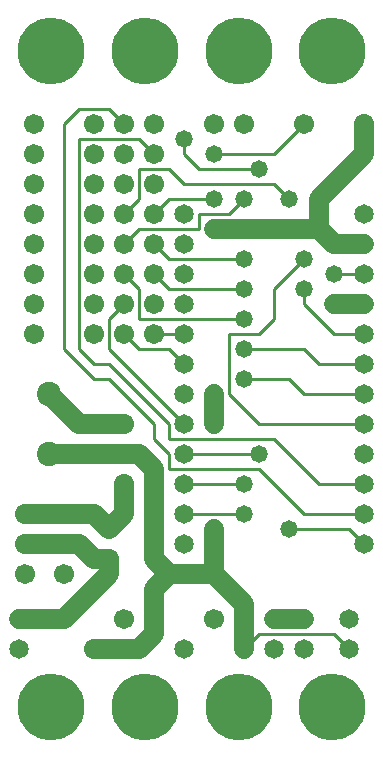
<source format=gtl>
%MOIN*%
%FSLAX25Y25*%
G04 D10 used for Character Trace; *
G04     Circle (OD=.01000) (No hole)*
G04 D11 used for Power Trace; *
G04     Circle (OD=.06700) (No hole)*
G04 D12 used for Signal Trace; *
G04     Circle (OD=.01100) (No hole)*
G04 D13 used for Via; *
G04     Circle (OD=.05800) (Round. Hole ID=.02800)*
G04 D14 used for Component hole; *
G04     Circle (OD=.06500) (Round. Hole ID=.03500)*
G04 D15 used for Component hole; *
G04     Circle (OD=.06700) (Round. Hole ID=.04300)*
G04 D16 used for Component hole; *
G04     Circle (OD=.08100) (Round. Hole ID=.05100)*
G04 D17 used for Component hole; *
G04     Circle (OD=.08900) (Round. Hole ID=.05900)*
G04 D18 used for Component hole; *
G04     Circle (OD=.11300) (Round. Hole ID=.08300)*
G04 D19 used for Component hole; *
G04     Circle (OD=.16000) (Round. Hole ID=.13000)*
G04 D20 used for Component hole; *
G04     Circle (OD=.18300) (Round. Hole ID=.15300)*
G04 D21 used for Component hole; *
G04     Circle (OD=.22291) (Round. Hole ID=.19291)*
%ADD10C,.01000*%
%ADD11C,.06700*%
%ADD12C,.01100*%
%ADD13C,.05800*%
%ADD14C,.06500*%
%ADD15C,.06700*%
%ADD16C,.08100*%
%ADD17C,.08900*%
%ADD18C,.11300*%
%ADD19C,.16000*%
%ADD20C,.18300*%
%ADD21C,.22291*%
%IPPOS*%
%LPD*%
G90*X0Y0D02*D21*X15625Y15625D03*D15*              
X30000Y35000D03*D11*X45000D01*X50000Y40000D01*    
Y55000D01*X55000Y60000D01*X70000D01*              
X80000Y50000D01*Y45000D01*D15*D03*D11*Y35000D01*  
D14*D03*D12*X85000Y40000D01*X110000D01*           
X115000Y35000D01*D14*D03*Y45000D03*X100000D03*D11*
X90000D01*D14*D03*X100000Y35000D03*X90000D03*D11* 
X70000Y60000D02*Y75000D01*D13*D03*D14*            
X60000Y80000D03*D12*X80000D01*D13*D03*Y90000D03*  
D12*X60000D01*D14*D03*D12*X55000Y95000D02*        
X85000D01*X100000Y80000D01*X120000D01*D14*D03*D12*
Y70000D02*X115000Y75000D01*D14*X120000Y70000D03*  
D12*X95000Y75000D02*X115000D01*D13*X95000D03*D12* 
X105000Y90000D02*X120000D01*D14*D03*Y100000D03*   
D12*X105000Y90000D02*X90000Y105000D01*X55000D01*  
Y110000D01*X35000Y130000D01*X30000D01*            
X25000Y135000D01*Y205000D01*X45000D01*            
X50000Y200000D01*D15*D03*D12*X60000Y190000D02*    
X55000Y195000D01*X60000Y190000D02*X90000D01*      
X95000Y185000D01*D13*D03*D11*X110000Y170000D02*   
X105000Y175000D01*X110000Y170000D02*X120000D01*   
D14*D03*D13*X110000Y160000D03*D12*X120000D01*D14* 
D03*D13*X110000Y150000D03*D11*X120000D01*D14*D03* 
D12*X110000Y140000D02*X120000D01*D14*D03*D12*     
X110000D02*X100000Y150000D01*Y155000D01*D13*D03*  
D12*X85000Y140000D02*X90000Y145000D01*            
X75000Y140000D02*X85000D01*X75000Y120000D02*      
Y140000D01*X85000Y110000D02*X75000Y120000D01*     
X85000Y110000D02*X120000D01*D14*D03*Y120000D03*   
D12*X100000D01*X95000Y125000D01*X80000D01*D13*D03*
Y135000D03*D12*X100000D01*X105000Y130000D01*      
X120000D01*D14*D03*D12*X90000Y145000D02*          
Y155000D01*D13*X80000D03*D12*X55000D01*           
X50000Y160000D01*D15*D03*D12*X55000Y165000D02*    
X80000D01*D13*D03*D12*X90000Y155000D02*           
X100000Y165000D01*D13*D03*D11*X70000Y175000D02*   
X105000D01*D13*X70000D03*D12*X65000Y180000D02*    
X75000D01*X65000Y175000D02*Y180000D01*            
X45000Y175000D02*X65000D01*X40000Y170000D02*      
X45000Y175000D01*D15*X40000Y170000D03*            
X50000Y180000D03*D12*X55000Y185000D01*X70000D01*  
D13*D03*D12*X75000Y180000D02*X80000Y185000D01*D13*
D03*X85000Y195000D03*D12*X65000D01*               
X60000Y200000D01*Y205000D01*D13*D03*              
X70000Y200000D03*D12*X90000D01*X100000Y210000D01* 
D15*D03*D11*X105000Y185000D02*X120000Y200000D01*  
X105000Y175000D02*Y185000D01*D14*                 
X120000Y180000D03*D11*Y200000D02*Y210000D01*D15*  
D03*D21*X109375Y234375D03*X78125D03*D15*          
X80000Y210000D03*X70000D03*D14*X60000Y150000D03*  
Y180000D03*Y170000D03*Y160000D03*D13*             
X80000Y145000D03*D12*X45000D01*Y155000D01*        
X40000Y160000D01*D15*D03*X50000Y150000D03*        
Y170000D03*D12*X55000Y165000D01*D15*              
X40000Y180000D03*D12*X45000Y185000D01*Y195000D01* 
X55000D01*D15*X50000Y190000D03*X40000Y210000D03*  
D12*X35000Y215000D01*X25000D01*X20000Y210000D01*  
Y135000D01*X30000Y125000D01*X35000D01*            
X50000Y110000D01*Y105000D01*X55000Y100000D01*     
Y95000D01*D14*X60000Y100000D03*D12*X85000D01*D13* 
D03*X70000Y110000D03*D11*Y120000D01*D13*D03*D14*  
X60000Y130000D03*D12*X55000Y135000D01*X45000D01*  
X40000Y140000D01*D15*D03*D12*X35000Y135000D02*    
Y145000D01*X60000Y110000D02*X35000Y135000D01*D14* 
X60000Y110000D03*Y120000D03*D11*X50000Y65000D02*  
Y95000D01*X55000Y60000D02*X50000Y65000D01*D14*    
X60000Y70000D03*D15*X70000Y45000D03*X40000D03*    
X35000Y75000D03*D11*X40000Y80000D01*Y90000D01*D15*
D03*D11*X35000Y75000D02*X30000Y80000D01*X20000D01*
D15*D03*D11*X7000D01*D15*D03*X20000Y70000D03*D11* 
X7000D01*D15*D03*X20000Y60000D03*D11*Y70000D02*   
X25000D01*X30000Y65000D01*X35000D01*D15*D03*D11*  
Y60000D01*X20000Y45000D01*D15*D03*D11*X5000D01*   
D14*D03*Y35000D03*D15*X7000Y60000D03*D21*         
X46875Y15625D03*D11*X50000Y95000D02*              
X45000Y100000D01*X15000D01*D16*D03*D11*           
X25000Y110000D02*X40000D01*D15*D03*D11*X25000D02* 
X15000Y120000D01*D16*D03*D15*X30000Y140000D03*    
X10000D03*D12*X35000Y145000D02*X40000Y150000D01*  
D15*D03*X50000Y140000D03*D12*X60000D01*D14*D03*   
D15*X30000Y170000D03*Y160000D03*Y150000D03*       
Y180000D03*X10000Y190000D03*Y180000D03*Y170000D03*
Y160000D03*Y150000D03*X40000Y190000D03*X30000D03* 
X40000Y200000D03*X30000D03*X10000D03*             
X50000Y210000D03*X30000D03*X10000D03*D21*         
X46875Y234375D03*X15625D03*D14*X60000Y35000D03*   
D21*X78125Y15625D03*X109375D03*M02*               

</source>
